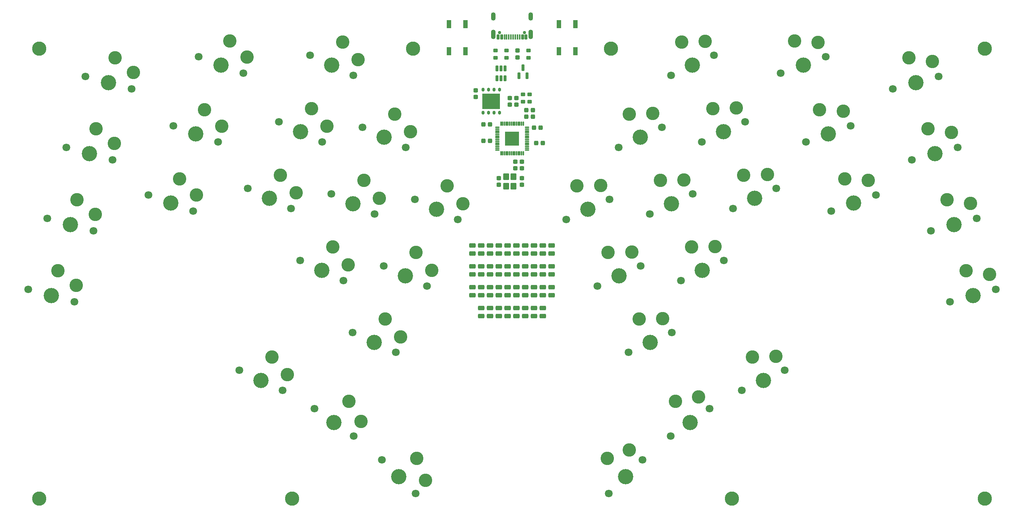
<source format=gbr>
%TF.GenerationSoftware,KiCad,Pcbnew,9.0.0*%
%TF.CreationDate,2025-05-01T21:08:40+03:00*%
%TF.ProjectId,cyberia,63796265-7269-4612-9e6b-696361645f70,v1.0.0*%
%TF.SameCoordinates,Original*%
%TF.FileFunction,Soldermask,Top*%
%TF.FilePolarity,Negative*%
%FSLAX46Y46*%
G04 Gerber Fmt 4.6, Leading zero omitted, Abs format (unit mm)*
G04 Created by KiCad (PCBNEW 9.0.0) date 2025-05-01 21:08:40*
%MOMM*%
%LPD*%
G01*
G04 APERTURE LIST*
G04 Aperture macros list*
%AMRoundRect*
0 Rectangle with rounded corners*
0 $1 Rounding radius*
0 $2 $3 $4 $5 $6 $7 $8 $9 X,Y pos of 4 corners*
0 Add a 4 corners polygon primitive as box body*
4,1,4,$2,$3,$4,$5,$6,$7,$8,$9,$2,$3,0*
0 Add four circle primitives for the rounded corners*
1,1,$1+$1,$2,$3*
1,1,$1+$1,$4,$5*
1,1,$1+$1,$6,$7*
1,1,$1+$1,$8,$9*
0 Add four rect primitives between the rounded corners*
20,1,$1+$1,$2,$3,$4,$5,0*
20,1,$1+$1,$4,$5,$6,$7,0*
20,1,$1+$1,$6,$7,$8,$9,0*
20,1,$1+$1,$8,$9,$2,$3,0*%
G04 Aperture macros list end*
%ADD10RoundRect,0.268750X-0.481250X0.268750X-0.481250X-0.268750X0.481250X-0.268750X0.481250X0.268750X0*%
%ADD11C,1.801800*%
%ADD12C,3.100000*%
%ADD13C,3.529000*%
%ADD14C,3.300000*%
%ADD15RoundRect,0.250000X-0.250000X-0.275000X0.250000X-0.275000X0.250000X0.275000X-0.250000X0.275000X0*%
%ADD16RoundRect,0.225000X-0.300000X0.225000X-0.300000X-0.225000X0.300000X-0.225000X0.300000X0.225000X0*%
%ADD17RoundRect,0.250000X-0.275000X0.250000X-0.275000X-0.250000X0.275000X-0.250000X0.275000X0.250000X0*%
%ADD18RoundRect,0.250000X0.275000X-0.250000X0.275000X0.250000X-0.275000X0.250000X-0.275000X-0.250000X0*%
%ADD19RoundRect,0.150000X0.150000X-0.287500X0.150000X0.287500X-0.150000X0.287500X-0.150000X-0.287500X0*%
%ADD20RoundRect,0.050000X2.000000X-1.700000X2.000000X1.700000X-2.000000X1.700000X-2.000000X-1.700000X0*%
%ADD21RoundRect,0.243750X-0.281250X0.243750X-0.281250X-0.243750X0.281250X-0.243750X0.281250X0.243750X0*%
%ADD22RoundRect,0.250000X0.250000X0.275000X-0.250000X0.275000X-0.250000X-0.275000X0.250000X-0.275000X0*%
%ADD23RoundRect,0.175000X-0.175000X0.537500X-0.175000X-0.537500X0.175000X-0.537500X0.175000X0.537500X0*%
%ADD24RoundRect,0.175000X0.175000X-0.612500X0.175000X0.612500X-0.175000X0.612500X-0.175000X-0.612500X0*%
%ADD25C,0.750000*%
%ADD26RoundRect,0.175000X0.175000X0.450000X-0.175000X0.450000X-0.175000X-0.450000X0.175000X-0.450000X0*%
%ADD27RoundRect,0.100000X0.100000X0.525000X-0.100000X0.525000X-0.100000X-0.525000X0.100000X-0.525000X0*%
%ADD28O,1.100000X1.900000*%
%ADD29O,1.100000X2.200000*%
%ADD30RoundRect,0.075000X-0.412500X-0.075000X0.412500X-0.075000X0.412500X0.075000X-0.412500X0.075000X0*%
%ADD31RoundRect,0.075000X-0.075000X-0.412500X0.075000X-0.412500X0.075000X0.412500X-0.075000X0.412500X0*%
%ADD32RoundRect,0.050000X-1.600000X-1.600000X1.600000X-1.600000X1.600000X1.600000X-1.600000X1.600000X0*%
%ADD33RoundRect,0.050000X-0.500000X0.850000X-0.500000X-0.850000X0.500000X-0.850000X0.500000X0.850000X0*%
%ADD34RoundRect,0.050000X0.500000X-0.850000X0.500000X0.850000X-0.500000X0.850000X-0.500000X-0.850000X0*%
%ADD35RoundRect,0.050000X-0.600000X0.700000X-0.600000X-0.700000X0.600000X-0.700000X0.600000X0.700000X0*%
G04 APERTURE END LIST*
D10*
%TO.C,D4*%
X202184000Y-115999499D03*
X202184000Y-114124501D03*
%TD*%
%TO.C,D13*%
X196087997Y-115999501D03*
X196088003Y-114124499D03*
%TD*%
%TO.C,D10*%
X198119997Y-115999501D03*
X198120003Y-114124499D03*
%TD*%
%TO.C,D7*%
X200151997Y-115999501D03*
X200152003Y-114124499D03*
%TD*%
D11*
%TO.C,SW31*%
X234987172Y-106834764D03*
D12*
X237457288Y-99117833D03*
D13*
X239971868Y-104510365D03*
D12*
X242918590Y-98998618D03*
D11*
X244956564Y-102185966D03*
%TD*%
D14*
%TO.C,H4*%
X93980000Y-172719998D03*
%TD*%
D15*
%TO.C,C1*%
X206488999Y-84327997D03*
X208038999Y-84327997D03*
%TD*%
D11*
%TO.C,SW29*%
X239890018Y-74757328D03*
D12*
X242360134Y-67040397D03*
D13*
X244874714Y-72432929D03*
D12*
X247821436Y-66921182D03*
D11*
X249859410Y-70108530D03*
%TD*%
D14*
%TO.C,H6*%
X226060000Y-68580000D03*
%TD*%
%TO.C,H1*%
X93980000Y-68579996D03*
%TD*%
D16*
%TO.C,FB1*%
X207009998Y-69024999D03*
X207009998Y-70674997D03*
%TD*%
D11*
%TO.C,SW22*%
X295539735Y-94311251D03*
D12*
X299312353Y-87140486D03*
D13*
X300852327Y-92887746D03*
D12*
X304711384Y-87971428D03*
D11*
X306164919Y-91464241D03*
%TD*%
D16*
%TO.C,R1*%
X205739999Y-79184997D03*
X205739999Y-80834995D03*
%TD*%
D11*
%TO.C,SW19*%
X173111852Y-163750913D03*
D13*
X177000939Y-167640000D03*
D12*
X181208227Y-163432715D03*
X183188123Y-168523884D03*
D11*
X180890026Y-171529087D03*
%TD*%
D17*
%TO.C,C7*%
X203962000Y-94728998D03*
X203962000Y-96278998D03*
%TD*%
D15*
%TO.C,C5*%
X208267000Y-86867998D03*
X209817000Y-86867998D03*
%TD*%
D11*
%TO.C,SW26*%
X265282323Y-74250488D03*
D12*
X268415611Y-66778205D03*
D13*
X270450632Y-72369377D03*
D12*
X273866521Y-67135428D03*
D11*
X275618941Y-70488266D03*
%TD*%
%TO.C,SW20*%
X304339585Y-127152728D03*
D12*
X308112203Y-119981963D03*
D13*
X309652177Y-125729223D03*
D12*
X313511234Y-120812905D03*
D11*
X314964769Y-124305718D03*
%TD*%
D18*
%TO.C,C10*%
X202692000Y-81546999D03*
X202692000Y-79996999D03*
%TD*%
D17*
%TO.C,C11*%
X205486000Y-94728998D03*
X205486000Y-96278998D03*
%TD*%
D11*
%TO.C,SW36*%
X256240226Y-147679688D03*
D12*
X258710342Y-139962757D03*
D13*
X261224922Y-145355289D03*
D12*
X264171644Y-139843542D03*
D11*
X266209618Y-143030890D03*
%TD*%
D19*
%TO.C,U4*%
X196485005Y-83434497D03*
X197755003Y-83434494D03*
X199025001Y-83434494D03*
X200295001Y-83434498D03*
X200294999Y-78109497D03*
X199025001Y-78109500D03*
X197755003Y-78109500D03*
X196485003Y-78109496D03*
D20*
X198390002Y-80771997D03*
%TD*%
D21*
%TO.C,F1*%
X204469999Y-69062500D03*
X204469999Y-70637500D03*
%TD*%
D15*
%TO.C,C4*%
X208775000Y-90424000D03*
X210325000Y-90424000D03*
%TD*%
D22*
%TO.C,C6*%
X198133000Y-89915998D03*
X196583000Y-89915998D03*
%TD*%
D11*
%TO.C,SW14*%
X166346284Y-134263403D03*
D12*
X173845555Y-131195270D03*
D13*
X171330977Y-136587803D03*
D12*
X177447335Y-135302241D03*
D11*
X176315670Y-138912203D03*
%TD*%
D23*
%TO.C,U3*%
X201610000Y-73157496D03*
X200660000Y-73157499D03*
X199710000Y-73157495D03*
X199710000Y-75432502D03*
X200660000Y-75432499D03*
X201610000Y-75432503D03*
%TD*%
D11*
%TO.C,SW18*%
X157557502Y-151950772D03*
D12*
X165475617Y-150231487D03*
D13*
X162062837Y-155105443D03*
D12*
X168309509Y-154901506D03*
D11*
X166568172Y-158260114D03*
%TD*%
D17*
%TO.C,C13*%
X200152001Y-98538998D03*
X200152001Y-100088998D03*
%TD*%
D11*
%TO.C,SW8*%
X142171571Y-100922991D03*
D12*
X149670842Y-97854858D03*
D13*
X147156264Y-103247391D03*
D12*
X153272622Y-101961829D03*
D11*
X152140957Y-105571791D03*
%TD*%
%TO.C,SW12*%
X161443439Y-102185966D03*
D12*
X168942710Y-99117833D03*
D13*
X166428132Y-104510366D03*
D12*
X172544490Y-103224804D03*
D11*
X171412825Y-106834766D03*
%TD*%
%TO.C,SW28*%
X247074531Y-90164558D03*
D12*
X249544647Y-82447627D03*
D13*
X252059227Y-87840159D03*
D12*
X255005949Y-82328412D03*
D11*
X257043923Y-85515760D03*
%TD*%
D24*
%TO.C,U2*%
X204789998Y-74851500D03*
X206689997Y-74851501D03*
X205740001Y-72976497D03*
%TD*%
D11*
%TO.C,SW23*%
X291139815Y-77890512D03*
D12*
X294912433Y-70719747D03*
D13*
X296452407Y-76467007D03*
D12*
X300311464Y-71550689D03*
D11*
X301764999Y-75043502D03*
%TD*%
D14*
%TO.C,H3*%
X312419997Y-172719999D03*
%TD*%
D11*
%TO.C,SW30*%
X242171682Y-122241999D03*
D12*
X244641798Y-114525068D03*
D13*
X247156378Y-119917600D03*
D12*
X250103100Y-114405853D03*
D11*
X252141074Y-117593201D03*
%TD*%
D16*
%TO.C,R4*%
X201929998Y-69025000D03*
X201929998Y-70674998D03*
%TD*%
%TO.C,R2*%
X207264003Y-79184999D03*
X207264003Y-80834997D03*
%TD*%
D14*
%TO.C,H5*%
X180340000Y-68580000D03*
%TD*%
D11*
%TO.C,SW6*%
X124966713Y-86463041D03*
D12*
X132170041Y-82752980D03*
D13*
X130135022Y-88344152D03*
D12*
X136116063Y-86530406D03*
D11*
X135303331Y-90225263D03*
%TD*%
D16*
%TO.C,R3*%
X199389998Y-69024999D03*
X199389998Y-70674997D03*
%TD*%
D14*
%TO.C,H2*%
X312420000Y-68580000D03*
%TD*%
D25*
%TO.C,J1*%
X206089998Y-64834997D03*
X200309998Y-64834997D03*
D26*
X206399998Y-65909997D03*
X205599998Y-65909996D03*
D27*
X204449999Y-65909997D03*
X203449997Y-65909997D03*
X202949999Y-65909996D03*
X201949996Y-65909997D03*
D26*
X200799998Y-65909996D03*
X199999998Y-65909997D03*
X199999998Y-65909997D03*
X200799998Y-65909996D03*
D27*
X201449998Y-65909995D03*
X202449999Y-65909997D03*
X203949997Y-65909997D03*
X204949999Y-65909996D03*
D26*
X205599998Y-65909996D03*
X206399998Y-65909997D03*
D28*
X207520000Y-61154996D03*
D29*
X207519997Y-65334997D03*
X198879999Y-65334997D03*
D28*
X198879997Y-61154997D03*
%TD*%
D11*
%TO.C,SW2*%
X95835155Y-107884978D03*
D12*
X102687719Y-103561223D03*
D13*
X101147747Y-109308483D03*
D12*
X106947950Y-106980357D03*
D11*
X106460339Y-110731988D03*
%TD*%
%TO.C,SW11*%
X154258928Y-117593202D03*
D12*
X161758199Y-114525069D03*
D13*
X159243621Y-119917602D03*
D12*
X165359979Y-118632040D03*
D11*
X164228314Y-122242002D03*
%TD*%
%TO.C,SW21*%
X299939661Y-110731988D03*
D12*
X303712279Y-103561223D03*
D13*
X305252253Y-109308483D03*
D12*
X309111310Y-104392165D03*
D11*
X310564845Y-107884978D03*
%TD*%
%TO.C,SW16*%
X180715307Y-103448940D03*
D12*
X188214578Y-100380807D03*
D13*
X185700000Y-105773340D03*
D12*
X191816358Y-104487778D03*
D11*
X190684693Y-108097740D03*
%TD*%
D30*
%TO.C,U1*%
X199762501Y-86808000D03*
X199762500Y-87208001D03*
X199762500Y-87608000D03*
X199762500Y-88008000D03*
X199762498Y-88408000D03*
X199762500Y-88808000D03*
X199762500Y-89208000D03*
X199762500Y-89608000D03*
X199762500Y-90008000D03*
X199762501Y-90407999D03*
X199762500Y-90808000D03*
X199762500Y-91208000D03*
X199762499Y-91607999D03*
X199762501Y-92008000D03*
D31*
X200600000Y-92845499D03*
X201000001Y-92845500D03*
X201400000Y-92845500D03*
X201800000Y-92845500D03*
X202200000Y-92845502D03*
X202600000Y-92845500D03*
X203000000Y-92845500D03*
X203400000Y-92845500D03*
X203800000Y-92845500D03*
X204199999Y-92845499D03*
X204600000Y-92845500D03*
X205000000Y-92845500D03*
X205399999Y-92845501D03*
X205800000Y-92845499D03*
D30*
X206637499Y-92008000D03*
X206637500Y-91607999D03*
X206637500Y-91208000D03*
X206637500Y-90808000D03*
X206637502Y-90408000D03*
X206637500Y-90008000D03*
X206637500Y-89608000D03*
X206637500Y-89208000D03*
X206637500Y-88808000D03*
X206637499Y-88408001D03*
X206637500Y-88008000D03*
X206637500Y-87608000D03*
X206637501Y-87208001D03*
X206637499Y-86808000D03*
D31*
X205800000Y-85970501D03*
X205399999Y-85970500D03*
X205000000Y-85970500D03*
X204600000Y-85970500D03*
X204200000Y-85970498D03*
X203800000Y-85970500D03*
X203400000Y-85970500D03*
X203000000Y-85970500D03*
X202600000Y-85970500D03*
X202200001Y-85970501D03*
X201800000Y-85970500D03*
X201400000Y-85970500D03*
X201000001Y-85970499D03*
X200600000Y-85970501D03*
D32*
X203200000Y-89408000D03*
%TD*%
D11*
%TO.C,SW13*%
X168627947Y-86778736D03*
D12*
X176127218Y-83710603D03*
D13*
X173612640Y-89103136D03*
D12*
X179728998Y-87817574D03*
D11*
X178597333Y-91427536D03*
%TD*%
%TO.C,SW1*%
X91435229Y-124305719D03*
D12*
X98287793Y-119981964D03*
D13*
X96747821Y-125729224D03*
D12*
X102548024Y-123401098D03*
D11*
X102060413Y-127152729D03*
%TD*%
%TO.C,SW17*%
X140190383Y-143030887D03*
D12*
X147689654Y-139962754D03*
D13*
X145175076Y-145355287D03*
D12*
X151291434Y-144069725D03*
D11*
X150159769Y-147679687D03*
%TD*%
%TO.C,SW4*%
X104635000Y-75043501D03*
D12*
X111487564Y-70719746D03*
D13*
X109947592Y-76467006D03*
D12*
X115747795Y-74138880D03*
D11*
X115260184Y-77890511D03*
%TD*%
D14*
%TO.C,H8*%
X254000000Y-172720000D03*
%TD*%
D11*
%TO.C,SW32*%
X227802661Y-91427534D03*
D12*
X230272777Y-83710603D03*
D13*
X232787357Y-89103135D03*
D12*
X235734079Y-83591388D03*
D11*
X237772053Y-86778736D03*
%TD*%
D14*
%TO.C,H7*%
X152400000Y-172720000D03*
%TD*%
D11*
%TO.C,SW38*%
X225509971Y-171529088D03*
D13*
X229399058Y-167640001D03*
D12*
X225191773Y-163432713D03*
X230282942Y-161452817D03*
D11*
X233288145Y-163750914D03*
%TD*%
%TO.C,SW3*%
X100235077Y-91464240D03*
D12*
X107087641Y-87140485D03*
D13*
X105547669Y-92887745D03*
D12*
X111347872Y-90559619D03*
D11*
X110860261Y-94311250D03*
%TD*%
%TO.C,SW10*%
X156540589Y-70108528D03*
D12*
X164039860Y-67040395D03*
D13*
X161525282Y-72432928D03*
D12*
X167641640Y-71147366D03*
D11*
X166509975Y-74757328D03*
%TD*%
%TO.C,SW5*%
X119152370Y-102437815D03*
D12*
X126355698Y-98727754D03*
D13*
X124320679Y-104318926D03*
D12*
X130301720Y-102505180D03*
D11*
X129488988Y-106200037D03*
%TD*%
D18*
%TO.C,C2*%
X204216001Y-81546997D03*
X204216001Y-79996997D03*
%TD*%
D33*
%TO.C,SW39*%
X217800002Y-62890000D03*
X217800003Y-69190000D03*
X213999997Y-62890000D03*
X213999998Y-69190000D03*
%TD*%
D11*
%TO.C,SW25*%
X271096667Y-90225261D03*
D12*
X274229955Y-82752978D03*
D13*
X276264976Y-88344150D03*
D12*
X279680865Y-83110201D03*
D11*
X281433285Y-86463039D03*
%TD*%
%TO.C,SW34*%
X222899812Y-123504972D03*
D12*
X225369928Y-115788041D03*
D13*
X227884508Y-121180573D03*
D12*
X230831230Y-115668826D03*
D11*
X232869204Y-118856174D03*
%TD*%
%TO.C,SW9*%
X159325467Y-90164562D03*
D12*
X160457132Y-86554600D03*
D13*
X154340774Y-87840162D03*
D12*
X156855352Y-82447629D03*
D11*
X149356081Y-85515762D03*
%TD*%
%TO.C,SW37*%
X248842497Y-151950774D03*
D12*
X246282010Y-149165741D03*
X240924382Y-150231487D03*
D13*
X244337161Y-155105444D03*
D11*
X239831825Y-158260114D03*
%TD*%
%TO.C,SW27*%
X254259040Y-105571792D03*
D12*
X256729156Y-97854861D03*
D13*
X259243736Y-103247393D03*
D12*
X262190458Y-97735646D03*
D11*
X264228432Y-100922994D03*
%TD*%
D15*
%TO.C,C9*%
X206489001Y-82804000D03*
X208039001Y-82804000D03*
%TD*%
D11*
%TO.C,SW24*%
X276911008Y-106200037D03*
D12*
X280044296Y-98727754D03*
D13*
X282079317Y-104318926D03*
D12*
X285495206Y-99084977D03*
D11*
X287247626Y-102437815D03*
%TD*%
%TO.C,SW33*%
X230084324Y-138912204D03*
D12*
X232554440Y-131195273D03*
D13*
X235069020Y-136587805D03*
D12*
X238015742Y-131076058D03*
D11*
X240053716Y-134263406D03*
%TD*%
D17*
%TO.C,C14*%
X194818000Y-78218997D03*
X194818000Y-79768997D03*
%TD*%
D22*
%TO.C,C3*%
X198133000Y-86105996D03*
X196583000Y-86105996D03*
%TD*%
D34*
%TO.C,SW40*%
X188599999Y-69190000D03*
X188599997Y-62890000D03*
X192400003Y-69190000D03*
X192400001Y-62890000D03*
%TD*%
D35*
%TO.C,Y1*%
X201842000Y-98213998D03*
X201842000Y-100413998D03*
X203542000Y-100413998D03*
X203542000Y-98213998D03*
%TD*%
D18*
%TO.C,C12*%
X205486000Y-100088998D03*
X205486000Y-98538998D03*
%TD*%
D11*
%TO.C,SW7*%
X130781055Y-70488267D03*
D12*
X137984383Y-66778206D03*
D13*
X135949364Y-72369378D03*
D12*
X141930405Y-70555632D03*
D11*
X141117673Y-74250489D03*
%TD*%
%TO.C,SW35*%
X215715302Y-108097738D03*
D12*
X218185418Y-100380807D03*
D13*
X220699998Y-105773339D03*
D12*
X223646720Y-100261592D03*
D11*
X225684694Y-103448940D03*
%TD*%
D10*
%TO.C,D12*%
X196087997Y-120825501D03*
X196088003Y-118950499D03*
%TD*%
%TO.C,D20*%
X210312000Y-128602501D03*
X210312000Y-130477499D03*
%TD*%
%TO.C,D32*%
X210312007Y-114124501D03*
X210311993Y-115999499D03*
%TD*%
%TO.C,D11*%
X196088003Y-123776499D03*
X196087997Y-125651501D03*
%TD*%
%TO.C,D21*%
X204216000Y-123776501D03*
X204216000Y-125651499D03*
%TD*%
%TO.C,D22*%
X204216000Y-118950501D03*
X204216000Y-120825499D03*
%TD*%
%TO.C,D31*%
X210312007Y-118950501D03*
X210311993Y-120825499D03*
%TD*%
%TO.C,D24*%
X206248007Y-123776501D03*
X206247993Y-125651499D03*
%TD*%
%TO.C,D30*%
X210312007Y-123776501D03*
X210311993Y-125651499D03*
%TD*%
%TO.C,D2*%
X202184000Y-123776501D03*
X202184000Y-125651499D03*
%TD*%
%TO.C,D23*%
X204216000Y-114124501D03*
X204216000Y-115999499D03*
%TD*%
%TO.C,D27*%
X208280007Y-123776501D03*
X208279993Y-125651499D03*
%TD*%
%TO.C,D3*%
X202184000Y-120825499D03*
X202184000Y-118950501D03*
%TD*%
%TO.C,D6*%
X200151997Y-120825501D03*
X200152003Y-118950499D03*
%TD*%
%TO.C,D29*%
X208280007Y-114124501D03*
X208279993Y-115999499D03*
%TD*%
%TO.C,D14*%
X194056003Y-123776499D03*
X194055997Y-125651501D03*
%TD*%
%TO.C,D33*%
X212344007Y-123776501D03*
X212343993Y-125651499D03*
%TD*%
%TO.C,D34*%
X212344007Y-118950501D03*
X212343993Y-120825499D03*
%TD*%
%TO.C,D38*%
X204216001Y-128602506D03*
X204215999Y-130477494D03*
%TD*%
%TO.C,D8*%
X198120003Y-123776499D03*
X198119997Y-125651501D03*
%TD*%
%TO.C,D1*%
X196088000Y-128602501D03*
X196088000Y-130477499D03*
%TD*%
%TO.C,D15*%
X194055997Y-120825501D03*
X194056003Y-118950499D03*
%TD*%
%TO.C,D16*%
X194056003Y-114124499D03*
X194055997Y-115999501D03*
%TD*%
%TO.C,D25*%
X206248007Y-118950501D03*
X206247993Y-120825499D03*
%TD*%
%TO.C,D18*%
X200151997Y-130477501D03*
X200152003Y-128602499D03*
%TD*%
%TO.C,D26*%
X206248007Y-114124501D03*
X206247993Y-115999499D03*
%TD*%
%TO.C,D5*%
X200152003Y-123776499D03*
X200151997Y-125651501D03*
%TD*%
%TO.C,D17*%
X198120003Y-128602499D03*
X198119997Y-130477501D03*
%TD*%
%TO.C,D28*%
X208279998Y-118950499D03*
X208280002Y-120825501D03*
%TD*%
%TO.C,D36*%
X208280007Y-128602501D03*
X208279993Y-130477499D03*
%TD*%
%TO.C,D9*%
X198119997Y-120825501D03*
X198120003Y-118950499D03*
%TD*%
%TO.C,D19*%
X202184006Y-128602500D03*
X202183994Y-130477500D03*
%TD*%
%TO.C,D35*%
X212344007Y-114124501D03*
X212343993Y-115999499D03*
%TD*%
%TO.C,D37*%
X206248001Y-128602506D03*
X206247999Y-130477494D03*
%TD*%
D11*
%TO.C,SW15*%
X173530793Y-118856172D03*
D12*
X181030064Y-115788039D03*
D13*
X178515486Y-121180572D03*
D12*
X184631844Y-119895010D03*
D11*
X183500179Y-123504972D03*
%TD*%
M02*

</source>
